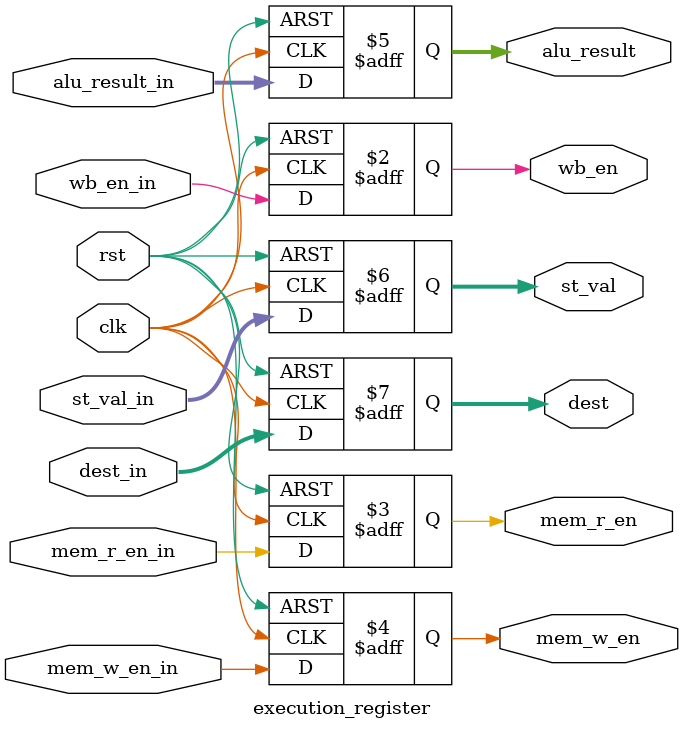
<source format=v>
module execution_register(
    input clk,
    input rst,
    input wb_en_in,
    input mem_r_en_in,
    input mem_w_en_in,
    input [31:0] alu_result_in,
    input [31:0] st_val_in,
    input [3:0] dest_in,
    output reg wb_en,
    output reg mem_r_en,
    output reg mem_w_en,
    output reg [31:0] alu_result,
    output reg [31:0] st_val,
    output reg [3:0] dest
);

always @(posedge clk, posedge rst) begin
    if (rst) begin
        wb_en <= 0;
        mem_r_en <= 0;
        mem_w_en <= 0;
        alu_result <= 0;
        st_val <= 0;
        dest <= 0;
    end else begin
        wb_en <= wb_en_in;
        mem_r_en <= mem_r_en_in;
        mem_w_en <= mem_w_en_in;
        alu_result <= alu_result_in;
        st_val <= st_val_in;
        dest <= dest_in;
    end
end

endmodule // execution_registerinput clk,

</source>
